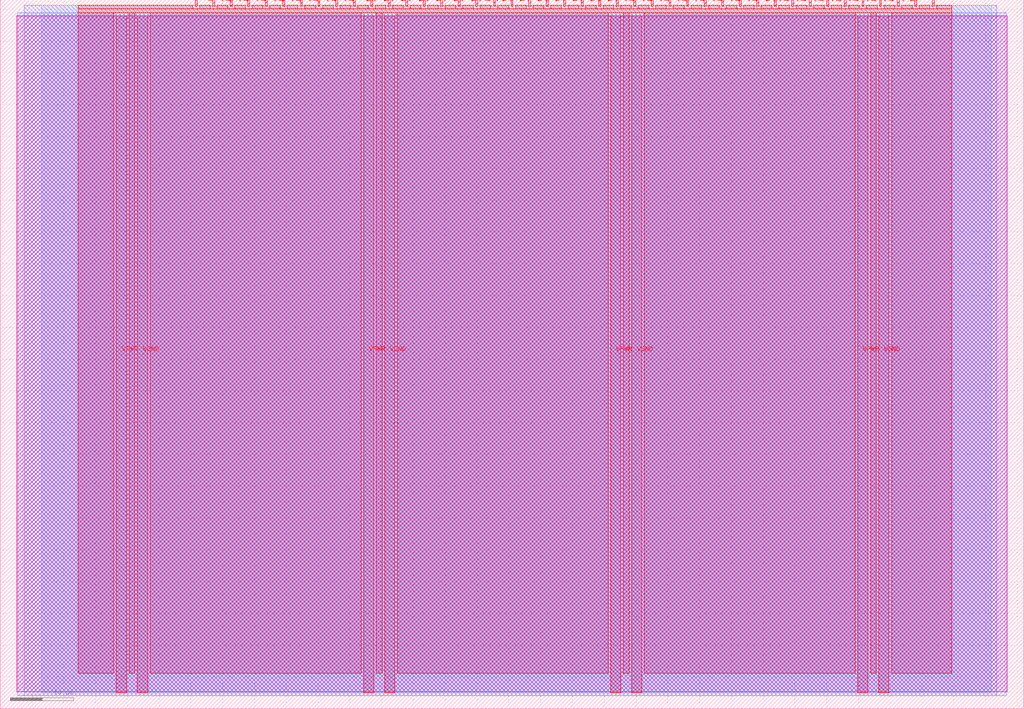
<source format=lef>
VERSION 5.7 ;
  NOWIREEXTENSIONATPIN ON ;
  DIVIDERCHAR "/" ;
  BUSBITCHARS "[]" ;
MACRO tt_um_tiny_shader_mole99
  CLASS BLOCK ;
  FOREIGN tt_um_tiny_shader_mole99 ;
  ORIGIN 0.000 0.000 ;
  SIZE 161.000 BY 111.520 ;
  PIN VGND
    DIRECTION INOUT ;
    USE GROUND ;
    PORT
      LAYER met4 ;
        RECT 21.580 2.480 23.180 109.040 ;
    END
    PORT
      LAYER met4 ;
        RECT 60.450 2.480 62.050 109.040 ;
    END
    PORT
      LAYER met4 ;
        RECT 99.320 2.480 100.920 109.040 ;
    END
    PORT
      LAYER met4 ;
        RECT 138.190 2.480 139.790 109.040 ;
    END
  END VGND
  PIN VPWR
    DIRECTION INOUT ;
    USE POWER ;
    PORT
      LAYER met4 ;
        RECT 18.280 2.480 19.880 109.040 ;
    END
    PORT
      LAYER met4 ;
        RECT 57.150 2.480 58.750 109.040 ;
    END
    PORT
      LAYER met4 ;
        RECT 96.020 2.480 97.620 109.040 ;
    END
    PORT
      LAYER met4 ;
        RECT 134.890 2.480 136.490 109.040 ;
    END
  END VPWR
  PIN clk
    DIRECTION INPUT ;
    USE SIGNAL ;
    ANTENNAGATEAREA 0.852000 ;
    PORT
      LAYER met4 ;
        RECT 143.830 110.520 144.130 111.520 ;
    END
  END clk
  PIN ena
    DIRECTION INPUT ;
    USE SIGNAL ;
    PORT
      LAYER met4 ;
        RECT 146.590 110.520 146.890 111.520 ;
    END
  END ena
  PIN rst_n
    DIRECTION INPUT ;
    USE SIGNAL ;
    ANTENNAGATEAREA 0.196500 ;
    PORT
      LAYER met4 ;
        RECT 141.070 110.520 141.370 111.520 ;
    END
  END rst_n
  PIN ui_in[0]
    DIRECTION INPUT ;
    USE SIGNAL ;
    ANTENNAGATEAREA 0.196500 ;
    PORT
      LAYER met4 ;
        RECT 138.310 110.520 138.610 111.520 ;
    END
  END ui_in[0]
  PIN ui_in[1]
    DIRECTION INPUT ;
    USE SIGNAL ;
    ANTENNAGATEAREA 0.213000 ;
    PORT
      LAYER met4 ;
        RECT 135.550 110.520 135.850 111.520 ;
    END
  END ui_in[1]
  PIN ui_in[2]
    DIRECTION INPUT ;
    USE SIGNAL ;
    ANTENNAGATEAREA 0.196500 ;
    PORT
      LAYER met4 ;
        RECT 132.790 110.520 133.090 111.520 ;
    END
  END ui_in[2]
  PIN ui_in[3]
    DIRECTION INPUT ;
    USE SIGNAL ;
    PORT
      LAYER met4 ;
        RECT 130.030 110.520 130.330 111.520 ;
    END
  END ui_in[3]
  PIN ui_in[4]
    DIRECTION INPUT ;
    USE SIGNAL ;
    PORT
      LAYER met4 ;
        RECT 127.270 110.520 127.570 111.520 ;
    END
  END ui_in[4]
  PIN ui_in[5]
    DIRECTION INPUT ;
    USE SIGNAL ;
    PORT
      LAYER met4 ;
        RECT 124.510 110.520 124.810 111.520 ;
    END
  END ui_in[5]
  PIN ui_in[6]
    DIRECTION INPUT ;
    USE SIGNAL ;
    PORT
      LAYER met4 ;
        RECT 121.750 110.520 122.050 111.520 ;
    END
  END ui_in[6]
  PIN ui_in[7]
    DIRECTION INPUT ;
    USE SIGNAL ;
    PORT
      LAYER met4 ;
        RECT 118.990 110.520 119.290 111.520 ;
    END
  END ui_in[7]
  PIN uio_in[0]
    DIRECTION INPUT ;
    USE SIGNAL ;
    ANTENNAGATEAREA 0.196500 ;
    PORT
      LAYER met4 ;
        RECT 116.230 110.520 116.530 111.520 ;
    END
  END uio_in[0]
  PIN uio_in[1]
    DIRECTION INPUT ;
    USE SIGNAL ;
    ANTENNAGATEAREA 0.196500 ;
    PORT
      LAYER met4 ;
        RECT 113.470 110.520 113.770 111.520 ;
    END
  END uio_in[1]
  PIN uio_in[2]
    DIRECTION INPUT ;
    USE SIGNAL ;
    PORT
      LAYER met4 ;
        RECT 110.710 110.520 111.010 111.520 ;
    END
  END uio_in[2]
  PIN uio_in[3]
    DIRECTION INPUT ;
    USE SIGNAL ;
    ANTENNAGATEAREA 0.196500 ;
    PORT
      LAYER met4 ;
        RECT 107.950 110.520 108.250 111.520 ;
    END
  END uio_in[3]
  PIN uio_in[4]
    DIRECTION INPUT ;
    USE SIGNAL ;
    PORT
      LAYER met4 ;
        RECT 105.190 110.520 105.490 111.520 ;
    END
  END uio_in[4]
  PIN uio_in[5]
    DIRECTION INPUT ;
    USE SIGNAL ;
    PORT
      LAYER met4 ;
        RECT 102.430 110.520 102.730 111.520 ;
    END
  END uio_in[5]
  PIN uio_in[6]
    DIRECTION INPUT ;
    USE SIGNAL ;
    PORT
      LAYER met4 ;
        RECT 99.670 110.520 99.970 111.520 ;
    END
  END uio_in[6]
  PIN uio_in[7]
    DIRECTION INPUT ;
    USE SIGNAL ;
    PORT
      LAYER met4 ;
        RECT 96.910 110.520 97.210 111.520 ;
    END
  END uio_in[7]
  PIN uio_oe[0]
    DIRECTION OUTPUT ;
    USE SIGNAL ;
    PORT
      LAYER met4 ;
        RECT 49.990 110.520 50.290 111.520 ;
    END
  END uio_oe[0]
  PIN uio_oe[1]
    DIRECTION OUTPUT ;
    USE SIGNAL ;
    PORT
      LAYER met4 ;
        RECT 47.230 110.520 47.530 111.520 ;
    END
  END uio_oe[1]
  PIN uio_oe[2]
    DIRECTION OUTPUT ;
    USE SIGNAL ;
    PORT
      LAYER met4 ;
        RECT 44.470 110.520 44.770 111.520 ;
    END
  END uio_oe[2]
  PIN uio_oe[3]
    DIRECTION OUTPUT ;
    USE SIGNAL ;
    PORT
      LAYER met4 ;
        RECT 41.710 110.520 42.010 111.520 ;
    END
  END uio_oe[3]
  PIN uio_oe[4]
    DIRECTION OUTPUT ;
    USE SIGNAL ;
    PORT
      LAYER met4 ;
        RECT 38.950 110.520 39.250 111.520 ;
    END
  END uio_oe[4]
  PIN uio_oe[5]
    DIRECTION OUTPUT ;
    USE SIGNAL ;
    PORT
      LAYER met4 ;
        RECT 36.190 110.520 36.490 111.520 ;
    END
  END uio_oe[5]
  PIN uio_oe[6]
    DIRECTION OUTPUT ;
    USE SIGNAL ;
    PORT
      LAYER met4 ;
        RECT 33.430 110.520 33.730 111.520 ;
    END
  END uio_oe[6]
  PIN uio_oe[7]
    DIRECTION OUTPUT ;
    USE SIGNAL ;
    PORT
      LAYER met4 ;
        RECT 30.670 110.520 30.970 111.520 ;
    END
  END uio_oe[7]
  PIN uio_out[0]
    DIRECTION OUTPUT ;
    USE SIGNAL ;
    PORT
      LAYER met4 ;
        RECT 72.070 110.520 72.370 111.520 ;
    END
  END uio_out[0]
  PIN uio_out[1]
    DIRECTION OUTPUT ;
    USE SIGNAL ;
    PORT
      LAYER met4 ;
        RECT 69.310 110.520 69.610 111.520 ;
    END
  END uio_out[1]
  PIN uio_out[2]
    DIRECTION OUTPUT ;
    USE SIGNAL ;
    ANTENNADIFFAREA 0.445500 ;
    PORT
      LAYER met4 ;
        RECT 66.550 110.520 66.850 111.520 ;
    END
  END uio_out[2]
  PIN uio_out[3]
    DIRECTION OUTPUT ;
    USE SIGNAL ;
    PORT
      LAYER met4 ;
        RECT 63.790 110.520 64.090 111.520 ;
    END
  END uio_out[3]
  PIN uio_out[4]
    DIRECTION OUTPUT ;
    USE SIGNAL ;
    ANTENNADIFFAREA 0.445500 ;
    PORT
      LAYER met4 ;
        RECT 61.030 110.520 61.330 111.520 ;
    END
  END uio_out[4]
  PIN uio_out[5]
    DIRECTION OUTPUT ;
    USE SIGNAL ;
    ANTENNADIFFAREA 0.445500 ;
    PORT
      LAYER met4 ;
        RECT 58.270 110.520 58.570 111.520 ;
    END
  END uio_out[5]
  PIN uio_out[6]
    DIRECTION OUTPUT ;
    USE SIGNAL ;
    ANTENNADIFFAREA 0.891000 ;
    PORT
      LAYER met4 ;
        RECT 55.510 110.520 55.810 111.520 ;
    END
  END uio_out[6]
  PIN uio_out[7]
    DIRECTION OUTPUT ;
    USE SIGNAL ;
    ANTENNADIFFAREA 0.891000 ;
    PORT
      LAYER met4 ;
        RECT 52.750 110.520 53.050 111.520 ;
    END
  END uio_out[7]
  PIN uo_out[0]
    DIRECTION OUTPUT ;
    USE SIGNAL ;
    ANTENNAGATEAREA 0.126000 ;
    ANTENNADIFFAREA 0.891000 ;
    PORT
      LAYER met4 ;
        RECT 94.150 110.520 94.450 111.520 ;
    END
  END uo_out[0]
  PIN uo_out[1]
    DIRECTION OUTPUT ;
    USE SIGNAL ;
    ANTENNAGATEAREA 0.126000 ;
    ANTENNADIFFAREA 0.891000 ;
    PORT
      LAYER met4 ;
        RECT 91.390 110.520 91.690 111.520 ;
    END
  END uo_out[1]
  PIN uo_out[2]
    DIRECTION OUTPUT ;
    USE SIGNAL ;
    ANTENNAGATEAREA 0.126000 ;
    ANTENNADIFFAREA 0.891000 ;
    PORT
      LAYER met4 ;
        RECT 88.630 110.520 88.930 111.520 ;
    END
  END uo_out[2]
  PIN uo_out[3]
    DIRECTION OUTPUT ;
    USE SIGNAL ;
    ANTENNADIFFAREA 0.445500 ;
    PORT
      LAYER met4 ;
        RECT 85.870 110.520 86.170 111.520 ;
    END
  END uo_out[3]
  PIN uo_out[4]
    DIRECTION OUTPUT ;
    USE SIGNAL ;
    ANTENNAGATEAREA 0.126000 ;
    ANTENNADIFFAREA 0.891000 ;
    PORT
      LAYER met4 ;
        RECT 83.110 110.520 83.410 111.520 ;
    END
  END uo_out[4]
  PIN uo_out[5]
    DIRECTION OUTPUT ;
    USE SIGNAL ;
    ANTENNAGATEAREA 0.126000 ;
    ANTENNADIFFAREA 0.891000 ;
    PORT
      LAYER met4 ;
        RECT 80.350 110.520 80.650 111.520 ;
    END
  END uo_out[5]
  PIN uo_out[6]
    DIRECTION OUTPUT ;
    USE SIGNAL ;
    ANTENNAGATEAREA 0.126000 ;
    ANTENNADIFFAREA 0.891000 ;
    PORT
      LAYER met4 ;
        RECT 77.590 110.520 77.890 111.520 ;
    END
  END uo_out[6]
  PIN uo_out[7]
    DIRECTION OUTPUT ;
    USE SIGNAL ;
    ANTENNADIFFAREA 0.445500 ;
    PORT
      LAYER met4 ;
        RECT 74.830 110.520 75.130 111.520 ;
    END
  END uo_out[7]
  OBS
      LAYER nwell ;
        RECT 2.570 2.635 158.430 108.990 ;
      LAYER li1 ;
        RECT 2.760 2.635 158.240 108.885 ;
      LAYER met1 ;
        RECT 2.760 2.080 158.240 109.440 ;
      LAYER met2 ;
        RECT 3.780 2.050 156.760 110.685 ;
      LAYER met3 ;
        RECT 6.505 2.555 155.875 110.665 ;
      LAYER met4 ;
        RECT 12.255 110.120 30.270 110.665 ;
        RECT 31.370 110.120 33.030 110.665 ;
        RECT 34.130 110.120 35.790 110.665 ;
        RECT 36.890 110.120 38.550 110.665 ;
        RECT 39.650 110.120 41.310 110.665 ;
        RECT 42.410 110.120 44.070 110.665 ;
        RECT 45.170 110.120 46.830 110.665 ;
        RECT 47.930 110.120 49.590 110.665 ;
        RECT 50.690 110.120 52.350 110.665 ;
        RECT 53.450 110.120 55.110 110.665 ;
        RECT 56.210 110.120 57.870 110.665 ;
        RECT 58.970 110.120 60.630 110.665 ;
        RECT 61.730 110.120 63.390 110.665 ;
        RECT 64.490 110.120 66.150 110.665 ;
        RECT 67.250 110.120 68.910 110.665 ;
        RECT 70.010 110.120 71.670 110.665 ;
        RECT 72.770 110.120 74.430 110.665 ;
        RECT 75.530 110.120 77.190 110.665 ;
        RECT 78.290 110.120 79.950 110.665 ;
        RECT 81.050 110.120 82.710 110.665 ;
        RECT 83.810 110.120 85.470 110.665 ;
        RECT 86.570 110.120 88.230 110.665 ;
        RECT 89.330 110.120 90.990 110.665 ;
        RECT 92.090 110.120 93.750 110.665 ;
        RECT 94.850 110.120 96.510 110.665 ;
        RECT 97.610 110.120 99.270 110.665 ;
        RECT 100.370 110.120 102.030 110.665 ;
        RECT 103.130 110.120 104.790 110.665 ;
        RECT 105.890 110.120 107.550 110.665 ;
        RECT 108.650 110.120 110.310 110.665 ;
        RECT 111.410 110.120 113.070 110.665 ;
        RECT 114.170 110.120 115.830 110.665 ;
        RECT 116.930 110.120 118.590 110.665 ;
        RECT 119.690 110.120 121.350 110.665 ;
        RECT 122.450 110.120 124.110 110.665 ;
        RECT 125.210 110.120 126.870 110.665 ;
        RECT 127.970 110.120 129.630 110.665 ;
        RECT 130.730 110.120 132.390 110.665 ;
        RECT 133.490 110.120 135.150 110.665 ;
        RECT 136.250 110.120 137.910 110.665 ;
        RECT 139.010 110.120 140.670 110.665 ;
        RECT 141.770 110.120 143.430 110.665 ;
        RECT 144.530 110.120 146.190 110.665 ;
        RECT 147.290 110.120 149.665 110.665 ;
        RECT 12.255 109.440 149.665 110.120 ;
        RECT 12.255 5.615 17.880 109.440 ;
        RECT 20.280 5.615 21.180 109.440 ;
        RECT 23.580 5.615 56.750 109.440 ;
        RECT 59.150 5.615 60.050 109.440 ;
        RECT 62.450 5.615 95.620 109.440 ;
        RECT 98.020 5.615 98.920 109.440 ;
        RECT 101.320 5.615 134.490 109.440 ;
        RECT 136.890 5.615 137.790 109.440 ;
        RECT 140.190 5.615 149.665 109.440 ;
  END
END tt_um_tiny_shader_mole99
END LIBRARY


</source>
